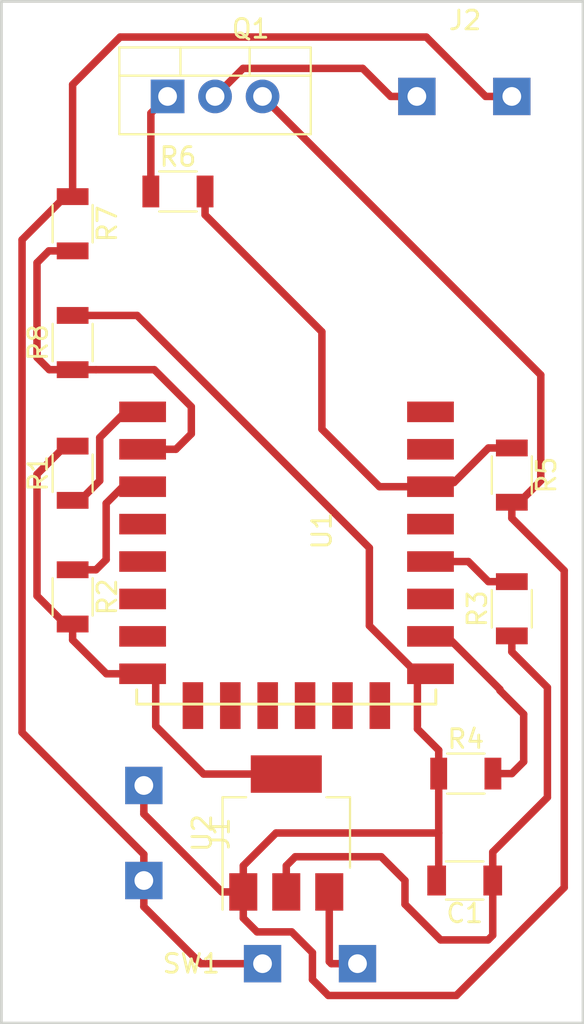
<source format=kicad_pcb>
(kicad_pcb (version 4) (host pcbnew 4.0.7-e2-6376~58~ubuntu17.04.1)

  (general
    (links 27)
    (no_connects 27)
    (area 50.724999 36.754999 81.990001 91.515001)
    (thickness 1.6)
    (drawings 4)
    (tracks 119)
    (zones 0)
    (modules 15)
    (nets 27)
  )

  (page A4)
  (layers
    (0 F.Cu signal)
    (31 B.Cu signal)
    (32 B.Adhes user)
    (33 F.Adhes user)
    (34 B.Paste user)
    (35 F.Paste user)
    (36 B.SilkS user)
    (37 F.SilkS user)
    (38 B.Mask user)
    (39 F.Mask user)
    (40 Dwgs.User user)
    (41 Cmts.User user)
    (42 Eco1.User user)
    (43 Eco2.User user)
    (44 Edge.Cuts user)
    (45 Margin user)
    (46 B.CrtYd user)
    (47 F.CrtYd user)
    (48 B.Fab user)
    (49 F.Fab user)
  )

  (setup
    (last_trace_width 0.4)
    (trace_clearance 0.5)
    (zone_clearance 0.508)
    (zone_45_only no)
    (trace_min 0.2)
    (segment_width 0.2)
    (edge_width 0.15)
    (via_size 0.6)
    (via_drill 0.4)
    (via_min_size 0.4)
    (via_min_drill 0.3)
    (uvia_size 0.3)
    (uvia_drill 0.1)
    (uvias_allowed no)
    (uvia_min_size 0.2)
    (uvia_min_drill 0.1)
    (pcb_text_width 0.3)
    (pcb_text_size 1.5 1.5)
    (mod_edge_width 0.15)
    (mod_text_size 1 1)
    (mod_text_width 0.15)
    (pad_size 1.524 1.524)
    (pad_drill 0.762)
    (pad_to_mask_clearance 0.2)
    (aux_axis_origin 0 0)
    (visible_elements FFFFFF7F)
    (pcbplotparams
      (layerselection 0x01000_80000001)
      (usegerberextensions false)
      (excludeedgelayer true)
      (linewidth 0.100000)
      (plotframeref false)
      (viasonmask false)
      (mode 1)
      (useauxorigin false)
      (hpglpennumber 1)
      (hpglpenspeed 20)
      (hpglpendiameter 15)
      (hpglpenoverlay 2)
      (psnegative false)
      (psa4output false)
      (plotreference true)
      (plotvalue true)
      (plotinvisibletext false)
      (padsonsilk false)
      (subtractmaskfromsilk false)
      (outputformat 1)
      (mirror false)
      (drillshape 0)
      (scaleselection 1)
      (outputdirectory ""))
  )

  (net 0 "")
  (net 1 +3V3)
  (net 2 GND)
  (net 3 +12V)
  (net 4 "Net-(J2-Pad2)")
  (net 5 "Net-(Q1-Pad1)")
  (net 6 "Net-(R1-Pad1)")
  (net 7 "Net-(R2-Pad1)")
  (net 8 "Net-(R3-Pad2)")
  (net 9 "Net-(R4-Pad2)")
  (net 10 /MPIN)
  (net 11 "Net-(SW1-Pad2)")
  (net 12 "Net-(U1-Pad4)")
  (net 13 "Net-(U1-Pad5)")
  (net 14 "Net-(U1-Pad6)")
  (net 15 "Net-(U1-Pad7)")
  (net 16 "Net-(U1-Pad11)")
  (net 17 "Net-(U1-Pad13)")
  (net 18 "Net-(U1-Pad15)")
  (net 19 "Net-(U1-Pad16)")
  (net 20 "Net-(U1-Pad17)")
  (net 21 "Net-(U1-Pad18)")
  (net 22 "Net-(U1-Pad19)")
  (net 23 "Net-(U1-Pad20)")
  (net 24 "Net-(U1-Pad21)")
  (net 25 "Net-(U1-Pad22)")
  (net 26 "Net-(R7-Pad2)")

  (net_class Default "This is the default net class."
    (clearance 0.5)
    (trace_width 0.4)
    (via_dia 0.6)
    (via_drill 0.4)
    (uvia_dia 0.3)
    (uvia_drill 0.1)
    (add_net +12V)
    (add_net +3V3)
    (add_net /MPIN)
    (add_net GND)
    (add_net "Net-(J2-Pad2)")
    (add_net "Net-(Q1-Pad1)")
    (add_net "Net-(R1-Pad1)")
    (add_net "Net-(R2-Pad1)")
    (add_net "Net-(R3-Pad2)")
    (add_net "Net-(R4-Pad2)")
    (add_net "Net-(R7-Pad2)")
    (add_net "Net-(SW1-Pad2)")
    (add_net "Net-(U1-Pad11)")
    (add_net "Net-(U1-Pad13)")
    (add_net "Net-(U1-Pad15)")
    (add_net "Net-(U1-Pad16)")
    (add_net "Net-(U1-Pad17)")
    (add_net "Net-(U1-Pad18)")
    (add_net "Net-(U1-Pad19)")
    (add_net "Net-(U1-Pad20)")
    (add_net "Net-(U1-Pad21)")
    (add_net "Net-(U1-Pad22)")
    (add_net "Net-(U1-Pad4)")
    (add_net "Net-(U1-Pad5)")
    (add_net "Net-(U1-Pad6)")
    (add_net "Net-(U1-Pad7)")
  )

  (module Oddities:NetTie-I (layer F.Cu) (tedit 0) (tstamp 59AEA7DC)
    (at 58.42 81.28 90)
    (descr "Just a \"Net tie\" as an more or less elegant way to connect two different nets without disturbing ERC and DRC. Make connection between 1 and 2 by yourself.")
    (tags "Just a \"Net tie\" as an more or less elegant way to connect two different nets without disturbing ERC and DRC. Make connection between 1 and 2 by yourself.")
    (path /59A6C315)
    (fp_text reference J1 (at -0.04064 4.06908 90) (layer F.SilkS)
      (effects (font (size 1 1) (thickness 0.15)))
    )
    (fp_text value PWR (at 0 -3.048 90) (layer F.Fab)
      (effects (font (size 1 1) (thickness 0.15)))
    )
    (pad 1 thru_hole rect (at -2.54 0 90) (size 1.99898 1.99898) (drill 1.00076) (layers *.Cu *.Mask)
      (net 3 +12V))
    (pad 2 thru_hole rect (at 2.54 0 90) (size 1.99898 1.99898) (drill 1.00076) (layers *.Cu *.Mask)
      (net 2 GND))
  )

  (module Oddities:NetTie-I (layer F.Cu) (tedit 0) (tstamp 59AEA7E2)
    (at 75.565 41.91 180)
    (descr "Just a \"Net tie\" as an more or less elegant way to connect two different nets without disturbing ERC and DRC. Make connection between 1 and 2 by yourself.")
    (tags "Just a \"Net tie\" as an more or less elegant way to connect two different nets without disturbing ERC and DRC. Make connection between 1 and 2 by yourself.")
    (path /59AEA399)
    (fp_text reference J2 (at -0.04064 4.06908 180) (layer F.SilkS)
      (effects (font (size 1 1) (thickness 0.15)))
    )
    (fp_text value MAGNET (at 0 -3.048 180) (layer F.Fab)
      (effects (font (size 1 1) (thickness 0.15)))
    )
    (pad 1 thru_hole rect (at -2.54 0 180) (size 1.99898 1.99898) (drill 1.00076) (layers *.Cu *.Mask)
      (net 3 +12V))
    (pad 2 thru_hole rect (at 2.54 0 180) (size 1.99898 1.99898) (drill 1.00076) (layers *.Cu *.Mask)
      (net 4 "Net-(J2-Pad2)"))
  )

  (module TO_SOT_Packages_THT:TO-220_Vertical (layer F.Cu) (tedit 58CE52AD) (tstamp 59AEA7E9)
    (at 59.69 41.91)
    (descr "TO-220, Vertical, RM 2.54mm")
    (tags "TO-220 Vertical RM 2.54mm")
    (path /59AEA246)
    (fp_text reference Q1 (at 4.445 -3.62) (layer F.SilkS)
      (effects (font (size 1 1) (thickness 0.15)))
    )
    (fp_text value BUZ11 (at 0 -3.81) (layer F.Fab)
      (effects (font (size 1 1) (thickness 0.15)))
    )
    (fp_text user %R (at 2.54 -3.62) (layer F.Fab)
      (effects (font (size 1 1) (thickness 0.15)))
    )
    (fp_line (start -2.46 -2.5) (end -2.46 1.9) (layer F.Fab) (width 0.1))
    (fp_line (start -2.46 1.9) (end 7.54 1.9) (layer F.Fab) (width 0.1))
    (fp_line (start 7.54 1.9) (end 7.54 -2.5) (layer F.Fab) (width 0.1))
    (fp_line (start 7.54 -2.5) (end -2.46 -2.5) (layer F.Fab) (width 0.1))
    (fp_line (start -2.46 -1.23) (end 7.54 -1.23) (layer F.Fab) (width 0.1))
    (fp_line (start 0.69 -2.5) (end 0.69 -1.23) (layer F.Fab) (width 0.1))
    (fp_line (start 4.39 -2.5) (end 4.39 -1.23) (layer F.Fab) (width 0.1))
    (fp_line (start -2.58 -2.62) (end 7.66 -2.62) (layer F.SilkS) (width 0.12))
    (fp_line (start -2.58 2.021) (end 7.66 2.021) (layer F.SilkS) (width 0.12))
    (fp_line (start -2.58 -2.62) (end -2.58 2.021) (layer F.SilkS) (width 0.12))
    (fp_line (start 7.66 -2.62) (end 7.66 2.021) (layer F.SilkS) (width 0.12))
    (fp_line (start -2.58 -1.11) (end 7.66 -1.11) (layer F.SilkS) (width 0.12))
    (fp_line (start 0.69 -2.62) (end 0.69 -1.11) (layer F.SilkS) (width 0.12))
    (fp_line (start 4.391 -2.62) (end 4.391 -1.11) (layer F.SilkS) (width 0.12))
    (fp_line (start -2.71 -2.75) (end -2.71 2.16) (layer F.CrtYd) (width 0.05))
    (fp_line (start -2.71 2.16) (end 7.79 2.16) (layer F.CrtYd) (width 0.05))
    (fp_line (start 7.79 2.16) (end 7.79 -2.75) (layer F.CrtYd) (width 0.05))
    (fp_line (start 7.79 -2.75) (end -2.71 -2.75) (layer F.CrtYd) (width 0.05))
    (pad 1 thru_hole rect (at 0 0) (size 1.8 1.8) (drill 1) (layers *.Cu *.Mask)
      (net 5 "Net-(Q1-Pad1)"))
    (pad 2 thru_hole oval (at 2.54 0) (size 1.8 1.8) (drill 1) (layers *.Cu *.Mask)
      (net 4 "Net-(J2-Pad2)"))
    (pad 3 thru_hole oval (at 5.08 0) (size 1.8 1.8) (drill 1) (layers *.Cu *.Mask)
      (net 2 GND))
    (model ${KISYS3DMOD}/TO_SOT_Packages_THT.3dshapes/TO-220_Vertical.wrl
      (at (xyz 0.1 0 0))
      (scale (xyz 0.393701 0.393701 0.393701))
      (rotate (xyz 0 0 0))
    )
  )

  (module Oddities:NetTie-I (layer F.Cu) (tedit 0) (tstamp 59AEA813)
    (at 67.31 88.265)
    (descr "Just a \"Net tie\" as an more or less elegant way to connect two different nets without disturbing ERC and DRC. Make connection between 1 and 2 by yourself.")
    (tags "Just a \"Net tie\" as an more or less elegant way to connect two different nets without disturbing ERC and DRC. Make connection between 1 and 2 by yourself.")
    (path /59AEA5B9)
    (fp_text reference SW1 (at -6.35 0) (layer F.SilkS)
      (effects (font (size 1 1) (thickness 0.15)))
    )
    (fp_text value SW_DIP_x01 (at 0 -3.048) (layer F.Fab)
      (effects (font (size 1 1) (thickness 0.15)))
    )
    (pad 1 thru_hole rect (at -2.54 0) (size 1.99898 1.99898) (drill 1.00076) (layers *.Cu *.Mask)
      (net 3 +12V))
    (pad 2 thru_hole rect (at 2.54 0) (size 1.99898 1.99898) (drill 1.00076) (layers *.Cu *.Mask)
      (net 11 "Net-(SW1-Pad2)"))
  )

  (module ESP8266:ESP-12E_SMD (layer F.Cu) (tedit 58FB7FFE) (tstamp 59AEA82D)
    (at 59.055 58.77)
    (descr "Module, ESP-8266, ESP-12, 16 pad, SMD")
    (tags "Module ESP-8266 ESP8266")
    (path /59A667DA)
    (fp_text reference U1 (at 8.89 6.35 90) (layer F.SilkS)
      (effects (font (size 1 1) (thickness 0.15)))
    )
    (fp_text value ESP-12E (at 5.08 6.35 90) (layer F.Fab) hide
      (effects (font (size 1 1) (thickness 0.15)))
    )
    (fp_line (start -2.25 -0.5) (end -2.25 -8.75) (layer F.CrtYd) (width 0.05))
    (fp_line (start -2.25 -8.75) (end 15.25 -8.75) (layer F.CrtYd) (width 0.05))
    (fp_line (start 15.25 -8.75) (end 16.25 -8.75) (layer F.CrtYd) (width 0.05))
    (fp_line (start 16.25 -8.75) (end 16.25 16) (layer F.CrtYd) (width 0.05))
    (fp_line (start 16.25 16) (end -2.25 16) (layer F.CrtYd) (width 0.05))
    (fp_line (start -2.25 16) (end -2.25 -0.5) (layer F.CrtYd) (width 0.05))
    (fp_line (start -1.016 -8.382) (end 14.986 -8.382) (layer F.CrtYd) (width 0.1524))
    (fp_line (start 14.986 -8.382) (end 14.986 -0.889) (layer F.CrtYd) (width 0.1524))
    (fp_line (start -1.016 -8.382) (end -1.016 -1.016) (layer F.CrtYd) (width 0.1524))
    (fp_line (start -1.016 14.859) (end -1.016 15.621) (layer F.SilkS) (width 0.1524))
    (fp_line (start -1.016 15.621) (end 14.986 15.621) (layer F.SilkS) (width 0.1524))
    (fp_line (start 14.986 15.621) (end 14.986 14.859) (layer F.SilkS) (width 0.1524))
    (fp_line (start 14.992 -8.4) (end -1.008 -2.6) (layer F.CrtYd) (width 0.1524))
    (fp_line (start -1.008 -8.4) (end 14.992 -2.6) (layer F.CrtYd) (width 0.1524))
    (fp_text user "No Copper" (at 6.892 -5.4) (layer F.CrtYd)
      (effects (font (size 1 1) (thickness 0.15)))
    )
    (fp_line (start -1.008 -2.6) (end 14.992 -2.6) (layer F.CrtYd) (width 0.1524))
    (fp_line (start 15 -8.4) (end 15 15.6) (layer F.Fab) (width 0.05))
    (fp_line (start 14.992 15.6) (end -1.008 15.6) (layer F.Fab) (width 0.05))
    (fp_line (start -1.008 15.6) (end -1.008 -8.4) (layer F.Fab) (width 0.05))
    (fp_line (start -1.008 -8.4) (end 14.992 -8.4) (layer F.Fab) (width 0.05))
    (pad 1 smd rect (at 0 0) (size 2.5 1.1) (drill (offset -0.7 0)) (layers F.Cu F.Paste F.Mask)
      (net 6 "Net-(R1-Pad1)"))
    (pad 2 smd rect (at 0 2) (size 2.5 1.1) (drill (offset -0.7 0)) (layers F.Cu F.Paste F.Mask)
      (net 26 "Net-(R7-Pad2)"))
    (pad 3 smd rect (at 0 4) (size 2.5 1.1) (drill (offset -0.7 0)) (layers F.Cu F.Paste F.Mask)
      (net 7 "Net-(R2-Pad1)"))
    (pad 4 smd rect (at 0 6) (size 2.5 1.1) (drill (offset -0.7 0)) (layers F.Cu F.Paste F.Mask)
      (net 12 "Net-(U1-Pad4)"))
    (pad 5 smd rect (at 0 8) (size 2.5 1.1) (drill (offset -0.7 0)) (layers F.Cu F.Paste F.Mask)
      (net 13 "Net-(U1-Pad5)"))
    (pad 6 smd rect (at 0 10) (size 2.5 1.1) (drill (offset -0.7 0)) (layers F.Cu F.Paste F.Mask)
      (net 14 "Net-(U1-Pad6)"))
    (pad 7 smd rect (at 0 12) (size 2.5 1.1) (drill (offset -0.7 0)) (layers F.Cu F.Paste F.Mask)
      (net 15 "Net-(U1-Pad7)"))
    (pad 8 smd rect (at 0 14) (size 2.5 1.1) (drill (offset -0.7 0)) (layers F.Cu F.Paste F.Mask)
      (net 1 +3V3))
    (pad 9 smd rect (at 14 14) (size 2.5 1.1) (drill (offset 0.7 0)) (layers F.Cu F.Paste F.Mask)
      (net 2 GND))
    (pad 10 smd rect (at 14 12) (size 2.5 1.1) (drill (offset 0.7 0)) (layers F.Cu F.Paste F.Mask)
      (net 9 "Net-(R4-Pad2)"))
    (pad 11 smd rect (at 14 10) (size 2.5 1.1) (drill (offset 0.7 0)) (layers F.Cu F.Paste F.Mask)
      (net 16 "Net-(U1-Pad11)"))
    (pad 12 smd rect (at 14 8) (size 2.5 1.1) (drill (offset 0.7 0)) (layers F.Cu F.Paste F.Mask)
      (net 8 "Net-(R3-Pad2)"))
    (pad 13 smd rect (at 14 6) (size 2.5 1.1) (drill (offset 0.7 0)) (layers F.Cu F.Paste F.Mask)
      (net 17 "Net-(U1-Pad13)"))
    (pad 14 smd rect (at 14 4) (size 2.5 1.1) (drill (offset 0.7 0)) (layers F.Cu F.Paste F.Mask)
      (net 10 /MPIN))
    (pad 15 smd rect (at 14 2) (size 2.5 1.1) (drill (offset 0.7 0)) (layers F.Cu F.Paste F.Mask)
      (net 18 "Net-(U1-Pad15)"))
    (pad 16 smd rect (at 14 0) (size 2.5 1.1) (drill (offset 0.7 0)) (layers F.Cu F.Paste F.Mask)
      (net 19 "Net-(U1-Pad16)"))
    (pad 17 smd rect (at 1.99 15 90) (size 2.5 1.1) (drill (offset -0.7 0)) (layers F.Cu F.Paste F.Mask)
      (net 20 "Net-(U1-Pad17)"))
    (pad 18 smd rect (at 3.99 15 90) (size 2.5 1.1) (drill (offset -0.7 0)) (layers F.Cu F.Paste F.Mask)
      (net 21 "Net-(U1-Pad18)"))
    (pad 19 smd rect (at 5.99 15 90) (size 2.5 1.1) (drill (offset -0.7 0)) (layers F.Cu F.Paste F.Mask)
      (net 22 "Net-(U1-Pad19)"))
    (pad 20 smd rect (at 7.99 15 90) (size 2.5 1.1) (drill (offset -0.7 0)) (layers F.Cu F.Paste F.Mask)
      (net 23 "Net-(U1-Pad20)"))
    (pad 21 smd rect (at 9.99 15 90) (size 2.5 1.1) (drill (offset -0.7 0)) (layers F.Cu F.Paste F.Mask)
      (net 24 "Net-(U1-Pad21)"))
    (pad 22 smd rect (at 11.99 15 90) (size 2.5 1.1) (drill (offset -0.7 0)) (layers F.Cu F.Paste F.Mask)
      (net 25 "Net-(U1-Pad22)"))
    (model ${ESPLIB}/ESP8266.3dshapes/ESP-12.wrl
      (at (xyz 0 0 0))
      (scale (xyz 0.3937 0.3937 0.3937))
      (rotate (xyz 0 0 0))
    )
  )

  (module TO_SOT_Packages_SMD:SOT-223-3Lead_TabPin2 (layer F.Cu) (tedit 58CE4E7E) (tstamp 59AEA835)
    (at 66.04 81.28 90)
    (descr "module CMS SOT223 4 pins")
    (tags "CMS SOT")
    (path /59A6C3D8)
    (attr smd)
    (fp_text reference U2 (at 0 -4.5 90) (layer F.SilkS)
      (effects (font (size 1 1) (thickness 0.15)))
    )
    (fp_text value REG (at 0 4.5 90) (layer F.Fab)
      (effects (font (size 1 1) (thickness 0.15)))
    )
    (fp_text user %R (at 0 0 180) (layer F.Fab)
      (effects (font (size 0.8 0.8) (thickness 0.12)))
    )
    (fp_line (start 1.91 3.41) (end 1.91 2.15) (layer F.SilkS) (width 0.12))
    (fp_line (start 1.91 -3.41) (end 1.91 -2.15) (layer F.SilkS) (width 0.12))
    (fp_line (start 4.4 -3.6) (end -4.4 -3.6) (layer F.CrtYd) (width 0.05))
    (fp_line (start 4.4 3.6) (end 4.4 -3.6) (layer F.CrtYd) (width 0.05))
    (fp_line (start -4.4 3.6) (end 4.4 3.6) (layer F.CrtYd) (width 0.05))
    (fp_line (start -4.4 -3.6) (end -4.4 3.6) (layer F.CrtYd) (width 0.05))
    (fp_line (start -1.85 -2.35) (end -0.85 -3.35) (layer F.Fab) (width 0.1))
    (fp_line (start -1.85 -2.35) (end -1.85 3.35) (layer F.Fab) (width 0.1))
    (fp_line (start -1.85 3.41) (end 1.91 3.41) (layer F.SilkS) (width 0.12))
    (fp_line (start -0.85 -3.35) (end 1.85 -3.35) (layer F.Fab) (width 0.1))
    (fp_line (start -4.1 -3.41) (end 1.91 -3.41) (layer F.SilkS) (width 0.12))
    (fp_line (start -1.85 3.35) (end 1.85 3.35) (layer F.Fab) (width 0.1))
    (fp_line (start 1.85 -3.35) (end 1.85 3.35) (layer F.Fab) (width 0.1))
    (pad 2 smd rect (at 3.15 0 90) (size 2 3.8) (layers F.Cu F.Paste F.Mask)
      (net 1 +3V3))
    (pad 2 smd rect (at -3.15 0 90) (size 2 1.5) (layers F.Cu F.Paste F.Mask)
      (net 1 +3V3))
    (pad 3 smd rect (at -3.15 2.3 90) (size 2 1.5) (layers F.Cu F.Paste F.Mask)
      (net 11 "Net-(SW1-Pad2)"))
    (pad 1 smd rect (at -3.15 -2.3 90) (size 2 1.5) (layers F.Cu F.Paste F.Mask)
      (net 2 GND))
    (model ${KISYS3DMOD}/TO_SOT_Packages_SMD.3dshapes/SOT-223.wrl
      (at (xyz 0 0 0))
      (scale (xyz 1 1 1))
      (rotate (xyz 0 0 0))
    )
  )

  (module Capacitors_SMD:C_1206 (layer F.Cu) (tedit 58AA84B8) (tstamp 59B83585)
    (at 75.585 83.82 180)
    (descr "Capacitor SMD 1206, reflow soldering, AVX (see smccp.pdf)")
    (tags "capacitor 1206")
    (path /59A6C497)
    (attr smd)
    (fp_text reference C1 (at 0 -1.75 180) (layer F.SilkS)
      (effects (font (size 1 1) (thickness 0.15)))
    )
    (fp_text value 100n (at 0 2 180) (layer F.Fab)
      (effects (font (size 1 1) (thickness 0.15)))
    )
    (fp_text user %R (at 0 -1.75 180) (layer F.Fab)
      (effects (font (size 1 1) (thickness 0.15)))
    )
    (fp_line (start -1.6 0.8) (end -1.6 -0.8) (layer F.Fab) (width 0.1))
    (fp_line (start 1.6 0.8) (end -1.6 0.8) (layer F.Fab) (width 0.1))
    (fp_line (start 1.6 -0.8) (end 1.6 0.8) (layer F.Fab) (width 0.1))
    (fp_line (start -1.6 -0.8) (end 1.6 -0.8) (layer F.Fab) (width 0.1))
    (fp_line (start 1 -1.02) (end -1 -1.02) (layer F.SilkS) (width 0.12))
    (fp_line (start -1 1.02) (end 1 1.02) (layer F.SilkS) (width 0.12))
    (fp_line (start -2.25 -1.05) (end 2.25 -1.05) (layer F.CrtYd) (width 0.05))
    (fp_line (start -2.25 -1.05) (end -2.25 1.05) (layer F.CrtYd) (width 0.05))
    (fp_line (start 2.25 1.05) (end 2.25 -1.05) (layer F.CrtYd) (width 0.05))
    (fp_line (start 2.25 1.05) (end -2.25 1.05) (layer F.CrtYd) (width 0.05))
    (pad 1 smd rect (at -1.5 0 180) (size 1 1.6) (layers F.Cu F.Paste F.Mask)
      (net 1 +3V3))
    (pad 2 smd rect (at 1.5 0 180) (size 1 1.6) (layers F.Cu F.Paste F.Mask)
      (net 2 GND))
    (model Capacitors_SMD.3dshapes/C_1206.wrl
      (at (xyz 0 0 0))
      (scale (xyz 1 1 1))
      (rotate (xyz 0 0 0))
    )
  )

  (module Resistors_SMD:R_1206 (layer F.Cu) (tedit 58E0A804) (tstamp 59B8358A)
    (at 54.61 62.05 90)
    (descr "Resistor SMD 1206, reflow soldering, Vishay (see dcrcw.pdf)")
    (tags "resistor 1206")
    (path /59A66867)
    (attr smd)
    (fp_text reference R1 (at 0 -1.85 90) (layer F.SilkS)
      (effects (font (size 1 1) (thickness 0.15)))
    )
    (fp_text value 10K (at 0 1.95 90) (layer F.Fab)
      (effects (font (size 1 1) (thickness 0.15)))
    )
    (fp_text user %R (at 0 0 90) (layer F.Fab)
      (effects (font (size 0.7 0.7) (thickness 0.105)))
    )
    (fp_line (start -1.6 0.8) (end -1.6 -0.8) (layer F.Fab) (width 0.1))
    (fp_line (start 1.6 0.8) (end -1.6 0.8) (layer F.Fab) (width 0.1))
    (fp_line (start 1.6 -0.8) (end 1.6 0.8) (layer F.Fab) (width 0.1))
    (fp_line (start -1.6 -0.8) (end 1.6 -0.8) (layer F.Fab) (width 0.1))
    (fp_line (start 1 1.07) (end -1 1.07) (layer F.SilkS) (width 0.12))
    (fp_line (start -1 -1.07) (end 1 -1.07) (layer F.SilkS) (width 0.12))
    (fp_line (start -2.15 -1.11) (end 2.15 -1.11) (layer F.CrtYd) (width 0.05))
    (fp_line (start -2.15 -1.11) (end -2.15 1.1) (layer F.CrtYd) (width 0.05))
    (fp_line (start 2.15 1.1) (end 2.15 -1.11) (layer F.CrtYd) (width 0.05))
    (fp_line (start 2.15 1.1) (end -2.15 1.1) (layer F.CrtYd) (width 0.05))
    (pad 1 smd rect (at -1.45 0 90) (size 0.9 1.7) (layers F.Cu F.Paste F.Mask)
      (net 6 "Net-(R1-Pad1)"))
    (pad 2 smd rect (at 1.45 0 90) (size 0.9 1.7) (layers F.Cu F.Paste F.Mask)
      (net 1 +3V3))
    (model ${KISYS3DMOD}/Resistors_SMD.3dshapes/R_1206.wrl
      (at (xyz 0 0 0))
      (scale (xyz 1 1 1))
      (rotate (xyz 0 0 0))
    )
  )

  (module Resistors_SMD:R_1206 (layer F.Cu) (tedit 58E0A804) (tstamp 59B8358F)
    (at 54.61 68.66 270)
    (descr "Resistor SMD 1206, reflow soldering, Vishay (see dcrcw.pdf)")
    (tags "resistor 1206")
    (path /59A668BA)
    (attr smd)
    (fp_text reference R2 (at 0 -1.85 270) (layer F.SilkS)
      (effects (font (size 1 1) (thickness 0.15)))
    )
    (fp_text value 10K (at 0 1.95 270) (layer F.Fab)
      (effects (font (size 1 1) (thickness 0.15)))
    )
    (fp_text user %R (at 0 0 270) (layer F.Fab)
      (effects (font (size 0.7 0.7) (thickness 0.105)))
    )
    (fp_line (start -1.6 0.8) (end -1.6 -0.8) (layer F.Fab) (width 0.1))
    (fp_line (start 1.6 0.8) (end -1.6 0.8) (layer F.Fab) (width 0.1))
    (fp_line (start 1.6 -0.8) (end 1.6 0.8) (layer F.Fab) (width 0.1))
    (fp_line (start -1.6 -0.8) (end 1.6 -0.8) (layer F.Fab) (width 0.1))
    (fp_line (start 1 1.07) (end -1 1.07) (layer F.SilkS) (width 0.12))
    (fp_line (start -1 -1.07) (end 1 -1.07) (layer F.SilkS) (width 0.12))
    (fp_line (start -2.15 -1.11) (end 2.15 -1.11) (layer F.CrtYd) (width 0.05))
    (fp_line (start -2.15 -1.11) (end -2.15 1.1) (layer F.CrtYd) (width 0.05))
    (fp_line (start 2.15 1.1) (end 2.15 -1.11) (layer F.CrtYd) (width 0.05))
    (fp_line (start 2.15 1.1) (end -2.15 1.1) (layer F.CrtYd) (width 0.05))
    (pad 1 smd rect (at -1.45 0 270) (size 0.9 1.7) (layers F.Cu F.Paste F.Mask)
      (net 7 "Net-(R2-Pad1)"))
    (pad 2 smd rect (at 1.45 0 270) (size 0.9 1.7) (layers F.Cu F.Paste F.Mask)
      (net 1 +3V3))
    (model ${KISYS3DMOD}/Resistors_SMD.3dshapes/R_1206.wrl
      (at (xyz 0 0 0))
      (scale (xyz 1 1 1))
      (rotate (xyz 0 0 0))
    )
  )

  (module Resistors_SMD:R_1206 (layer F.Cu) (tedit 58E0A804) (tstamp 59B83594)
    (at 78.105 69.295 90)
    (descr "Resistor SMD 1206, reflow soldering, Vishay (see dcrcw.pdf)")
    (tags "resistor 1206")
    (path /59A66930)
    (attr smd)
    (fp_text reference R3 (at 0 -1.85 90) (layer F.SilkS)
      (effects (font (size 1 1) (thickness 0.15)))
    )
    (fp_text value 10K (at 0 1.95 90) (layer F.Fab)
      (effects (font (size 1 1) (thickness 0.15)))
    )
    (fp_text user %R (at 0 0 90) (layer F.Fab)
      (effects (font (size 0.7 0.7) (thickness 0.105)))
    )
    (fp_line (start -1.6 0.8) (end -1.6 -0.8) (layer F.Fab) (width 0.1))
    (fp_line (start 1.6 0.8) (end -1.6 0.8) (layer F.Fab) (width 0.1))
    (fp_line (start 1.6 -0.8) (end 1.6 0.8) (layer F.Fab) (width 0.1))
    (fp_line (start -1.6 -0.8) (end 1.6 -0.8) (layer F.Fab) (width 0.1))
    (fp_line (start 1 1.07) (end -1 1.07) (layer F.SilkS) (width 0.12))
    (fp_line (start -1 -1.07) (end 1 -1.07) (layer F.SilkS) (width 0.12))
    (fp_line (start -2.15 -1.11) (end 2.15 -1.11) (layer F.CrtYd) (width 0.05))
    (fp_line (start -2.15 -1.11) (end -2.15 1.1) (layer F.CrtYd) (width 0.05))
    (fp_line (start 2.15 1.1) (end 2.15 -1.11) (layer F.CrtYd) (width 0.05))
    (fp_line (start 2.15 1.1) (end -2.15 1.1) (layer F.CrtYd) (width 0.05))
    (pad 1 smd rect (at -1.45 0 90) (size 0.9 1.7) (layers F.Cu F.Paste F.Mask)
      (net 1 +3V3))
    (pad 2 smd rect (at 1.45 0 90) (size 0.9 1.7) (layers F.Cu F.Paste F.Mask)
      (net 8 "Net-(R3-Pad2)"))
    (model ${KISYS3DMOD}/Resistors_SMD.3dshapes/R_1206.wrl
      (at (xyz 0 0 0))
      (scale (xyz 1 1 1))
      (rotate (xyz 0 0 0))
    )
  )

  (module Resistors_SMD:R_1206 (layer F.Cu) (tedit 58E0A804) (tstamp 59B83599)
    (at 75.645 78.105)
    (descr "Resistor SMD 1206, reflow soldering, Vishay (see dcrcw.pdf)")
    (tags "resistor 1206")
    (path /59A668DF)
    (attr smd)
    (fp_text reference R4 (at 0 -1.85) (layer F.SilkS)
      (effects (font (size 1 1) (thickness 0.15)))
    )
    (fp_text value 10K (at 0 1.95) (layer F.Fab)
      (effects (font (size 1 1) (thickness 0.15)))
    )
    (fp_text user %R (at 0 0) (layer F.Fab)
      (effects (font (size 0.7 0.7) (thickness 0.105)))
    )
    (fp_line (start -1.6 0.8) (end -1.6 -0.8) (layer F.Fab) (width 0.1))
    (fp_line (start 1.6 0.8) (end -1.6 0.8) (layer F.Fab) (width 0.1))
    (fp_line (start 1.6 -0.8) (end 1.6 0.8) (layer F.Fab) (width 0.1))
    (fp_line (start -1.6 -0.8) (end 1.6 -0.8) (layer F.Fab) (width 0.1))
    (fp_line (start 1 1.07) (end -1 1.07) (layer F.SilkS) (width 0.12))
    (fp_line (start -1 -1.07) (end 1 -1.07) (layer F.SilkS) (width 0.12))
    (fp_line (start -2.15 -1.11) (end 2.15 -1.11) (layer F.CrtYd) (width 0.05))
    (fp_line (start -2.15 -1.11) (end -2.15 1.1) (layer F.CrtYd) (width 0.05))
    (fp_line (start 2.15 1.1) (end 2.15 -1.11) (layer F.CrtYd) (width 0.05))
    (fp_line (start 2.15 1.1) (end -2.15 1.1) (layer F.CrtYd) (width 0.05))
    (pad 1 smd rect (at -1.45 0) (size 0.9 1.7) (layers F.Cu F.Paste F.Mask)
      (net 2 GND))
    (pad 2 smd rect (at 1.45 0) (size 0.9 1.7) (layers F.Cu F.Paste F.Mask)
      (net 9 "Net-(R4-Pad2)"))
    (model ${KISYS3DMOD}/Resistors_SMD.3dshapes/R_1206.wrl
      (at (xyz 0 0 0))
      (scale (xyz 1 1 1))
      (rotate (xyz 0 0 0))
    )
  )

  (module Resistors_SMD:R_1206 (layer F.Cu) (tedit 58E0A804) (tstamp 59B8359E)
    (at 78.105 62.15 270)
    (descr "Resistor SMD 1206, reflow soldering, Vishay (see dcrcw.pdf)")
    (tags "resistor 1206")
    (path /59AEA2D2)
    (attr smd)
    (fp_text reference R5 (at 0 -1.85 270) (layer F.SilkS)
      (effects (font (size 1 1) (thickness 0.15)))
    )
    (fp_text value 10K (at 0 1.95 270) (layer F.Fab)
      (effects (font (size 1 1) (thickness 0.15)))
    )
    (fp_text user %R (at 0 0 270) (layer F.Fab)
      (effects (font (size 0.7 0.7) (thickness 0.105)))
    )
    (fp_line (start -1.6 0.8) (end -1.6 -0.8) (layer F.Fab) (width 0.1))
    (fp_line (start 1.6 0.8) (end -1.6 0.8) (layer F.Fab) (width 0.1))
    (fp_line (start 1.6 -0.8) (end 1.6 0.8) (layer F.Fab) (width 0.1))
    (fp_line (start -1.6 -0.8) (end 1.6 -0.8) (layer F.Fab) (width 0.1))
    (fp_line (start 1 1.07) (end -1 1.07) (layer F.SilkS) (width 0.12))
    (fp_line (start -1 -1.07) (end 1 -1.07) (layer F.SilkS) (width 0.12))
    (fp_line (start -2.15 -1.11) (end 2.15 -1.11) (layer F.CrtYd) (width 0.05))
    (fp_line (start -2.15 -1.11) (end -2.15 1.1) (layer F.CrtYd) (width 0.05))
    (fp_line (start 2.15 1.1) (end 2.15 -1.11) (layer F.CrtYd) (width 0.05))
    (fp_line (start 2.15 1.1) (end -2.15 1.1) (layer F.CrtYd) (width 0.05))
    (pad 1 smd rect (at -1.45 0 270) (size 0.9 1.7) (layers F.Cu F.Paste F.Mask)
      (net 10 /MPIN))
    (pad 2 smd rect (at 1.45 0 270) (size 0.9 1.7) (layers F.Cu F.Paste F.Mask)
      (net 2 GND))
    (model ${KISYS3DMOD}/Resistors_SMD.3dshapes/R_1206.wrl
      (at (xyz 0 0 0))
      (scale (xyz 1 1 1))
      (rotate (xyz 0 0 0))
    )
  )

  (module Resistors_SMD:R_1206 (layer F.Cu) (tedit 58E0A804) (tstamp 59B835A3)
    (at 60.245 46.99)
    (descr "Resistor SMD 1206, reflow soldering, Vishay (see dcrcw.pdf)")
    (tags "resistor 1206")
    (path /59AEA48B)
    (attr smd)
    (fp_text reference R6 (at 0 -1.85) (layer F.SilkS)
      (effects (font (size 1 1) (thickness 0.15)))
    )
    (fp_text value 470 (at 0 1.95) (layer F.Fab)
      (effects (font (size 1 1) (thickness 0.15)))
    )
    (fp_text user %R (at 0 0) (layer F.Fab)
      (effects (font (size 0.7 0.7) (thickness 0.105)))
    )
    (fp_line (start -1.6 0.8) (end -1.6 -0.8) (layer F.Fab) (width 0.1))
    (fp_line (start 1.6 0.8) (end -1.6 0.8) (layer F.Fab) (width 0.1))
    (fp_line (start 1.6 -0.8) (end 1.6 0.8) (layer F.Fab) (width 0.1))
    (fp_line (start -1.6 -0.8) (end 1.6 -0.8) (layer F.Fab) (width 0.1))
    (fp_line (start 1 1.07) (end -1 1.07) (layer F.SilkS) (width 0.12))
    (fp_line (start -1 -1.07) (end 1 -1.07) (layer F.SilkS) (width 0.12))
    (fp_line (start -2.15 -1.11) (end 2.15 -1.11) (layer F.CrtYd) (width 0.05))
    (fp_line (start -2.15 -1.11) (end -2.15 1.1) (layer F.CrtYd) (width 0.05))
    (fp_line (start 2.15 1.1) (end 2.15 -1.11) (layer F.CrtYd) (width 0.05))
    (fp_line (start 2.15 1.1) (end -2.15 1.1) (layer F.CrtYd) (width 0.05))
    (pad 1 smd rect (at -1.45 0) (size 0.9 1.7) (layers F.Cu F.Paste F.Mask)
      (net 5 "Net-(Q1-Pad1)"))
    (pad 2 smd rect (at 1.45 0) (size 0.9 1.7) (layers F.Cu F.Paste F.Mask)
      (net 10 /MPIN))
    (model ${KISYS3DMOD}/Resistors_SMD.3dshapes/R_1206.wrl
      (at (xyz 0 0 0))
      (scale (xyz 1 1 1))
      (rotate (xyz 0 0 0))
    )
  )

  (module Resistors_SMD:R_1206 (layer F.Cu) (tedit 58E0A804) (tstamp 59B835A8)
    (at 54.61 48.715 270)
    (descr "Resistor SMD 1206, reflow soldering, Vishay (see dcrcw.pdf)")
    (tags "resistor 1206")
    (path /59B673CA)
    (attr smd)
    (fp_text reference R7 (at 0 -1.85 270) (layer F.SilkS)
      (effects (font (size 1 1) (thickness 0.15)))
    )
    (fp_text value 270 (at 0 1.95 270) (layer F.Fab)
      (effects (font (size 1 1) (thickness 0.15)))
    )
    (fp_text user %R (at 0 0 270) (layer F.Fab)
      (effects (font (size 0.7 0.7) (thickness 0.105)))
    )
    (fp_line (start -1.6 0.8) (end -1.6 -0.8) (layer F.Fab) (width 0.1))
    (fp_line (start 1.6 0.8) (end -1.6 0.8) (layer F.Fab) (width 0.1))
    (fp_line (start 1.6 -0.8) (end 1.6 0.8) (layer F.Fab) (width 0.1))
    (fp_line (start -1.6 -0.8) (end 1.6 -0.8) (layer F.Fab) (width 0.1))
    (fp_line (start 1 1.07) (end -1 1.07) (layer F.SilkS) (width 0.12))
    (fp_line (start -1 -1.07) (end 1 -1.07) (layer F.SilkS) (width 0.12))
    (fp_line (start -2.15 -1.11) (end 2.15 -1.11) (layer F.CrtYd) (width 0.05))
    (fp_line (start -2.15 -1.11) (end -2.15 1.1) (layer F.CrtYd) (width 0.05))
    (fp_line (start 2.15 1.1) (end 2.15 -1.11) (layer F.CrtYd) (width 0.05))
    (fp_line (start 2.15 1.1) (end -2.15 1.1) (layer F.CrtYd) (width 0.05))
    (pad 1 smd rect (at -1.45 0 270) (size 0.9 1.7) (layers F.Cu F.Paste F.Mask)
      (net 3 +12V))
    (pad 2 smd rect (at 1.45 0 270) (size 0.9 1.7) (layers F.Cu F.Paste F.Mask)
      (net 26 "Net-(R7-Pad2)"))
    (model ${KISYS3DMOD}/Resistors_SMD.3dshapes/R_1206.wrl
      (at (xyz 0 0 0))
      (scale (xyz 1 1 1))
      (rotate (xyz 0 0 0))
    )
  )

  (module Resistors_SMD:R_1206 (layer F.Cu) (tedit 58E0A804) (tstamp 59B835AD)
    (at 54.61 55.065 90)
    (descr "Resistor SMD 1206, reflow soldering, Vishay (see dcrcw.pdf)")
    (tags "resistor 1206")
    (path /59B67391)
    (attr smd)
    (fp_text reference R8 (at 0 -1.85 90) (layer F.SilkS)
      (effects (font (size 1 1) (thickness 0.15)))
    )
    (fp_text value 22 (at 0 1.95 90) (layer F.Fab)
      (effects (font (size 1 1) (thickness 0.15)))
    )
    (fp_text user %R (at 0 0 90) (layer F.Fab)
      (effects (font (size 0.7 0.7) (thickness 0.105)))
    )
    (fp_line (start -1.6 0.8) (end -1.6 -0.8) (layer F.Fab) (width 0.1))
    (fp_line (start 1.6 0.8) (end -1.6 0.8) (layer F.Fab) (width 0.1))
    (fp_line (start 1.6 -0.8) (end 1.6 0.8) (layer F.Fab) (width 0.1))
    (fp_line (start -1.6 -0.8) (end 1.6 -0.8) (layer F.Fab) (width 0.1))
    (fp_line (start 1 1.07) (end -1 1.07) (layer F.SilkS) (width 0.12))
    (fp_line (start -1 -1.07) (end 1 -1.07) (layer F.SilkS) (width 0.12))
    (fp_line (start -2.15 -1.11) (end 2.15 -1.11) (layer F.CrtYd) (width 0.05))
    (fp_line (start -2.15 -1.11) (end -2.15 1.1) (layer F.CrtYd) (width 0.05))
    (fp_line (start 2.15 1.1) (end 2.15 -1.11) (layer F.CrtYd) (width 0.05))
    (fp_line (start 2.15 1.1) (end -2.15 1.1) (layer F.CrtYd) (width 0.05))
    (pad 1 smd rect (at -1.45 0 90) (size 0.9 1.7) (layers F.Cu F.Paste F.Mask)
      (net 26 "Net-(R7-Pad2)"))
    (pad 2 smd rect (at 1.45 0 90) (size 0.9 1.7) (layers F.Cu F.Paste F.Mask)
      (net 2 GND))
    (model ${KISYS3DMOD}/Resistors_SMD.3dshapes/R_1206.wrl
      (at (xyz 0 0 0))
      (scale (xyz 1 1 1))
      (rotate (xyz 0 0 0))
    )
  )

  (gr_line (start 81.915 36.83) (end 81.915 91.44) (layer Edge.Cuts) (width 0.15))
  (gr_line (start 50.8 36.83) (end 81.915 36.83) (layer Edge.Cuts) (width 0.15))
  (gr_line (start 50.8 91.44) (end 50.8 36.83) (layer Edge.Cuts) (width 0.15))
  (gr_line (start 50.8 91.44) (end 81.915 91.44) (layer Edge.Cuts) (width 0.15))

  (segment (start 66.04 84.43) (end 66.04 83.03) (width 0.4) (layer F.Cu) (net 1))
  (segment (start 66.04 83.03) (end 66.52 82.55) (width 0.4) (layer F.Cu) (net 1))
  (segment (start 66.52 82.55) (end 71.12 82.55) (width 0.4) (layer F.Cu) (net 1))
  (segment (start 77.085 86.745) (end 77.085 83.82) (width 0.4) (layer F.Cu) (net 1))
  (segment (start 71.12 82.55) (end 72.39 83.82) (width 0.4) (layer F.Cu) (net 1))
  (segment (start 76.835 86.995) (end 77.085 86.745) (width 0.4) (layer F.Cu) (net 1))
  (segment (start 72.39 83.82) (end 72.39 85.09) (width 0.4) (layer F.Cu) (net 1))
  (segment (start 72.39 85.09) (end 74.295 86.995) (width 0.4) (layer F.Cu) (net 1))
  (segment (start 74.295 86.995) (end 76.835 86.995) (width 0.4) (layer F.Cu) (net 1))
  (segment (start 80.01 79.375) (end 77.085 82.3) (width 0.4) (layer F.Cu) (net 1))
  (segment (start 77.085 82.3) (end 77.085 83.82) (width 0.4) (layer F.Cu) (net 1))
  (segment (start 80.01 73.5) (end 80.01 79.375) (width 0.4) (layer F.Cu) (net 1))
  (segment (start 78.105 70.745) (end 78.105 71.595) (width 0.4) (layer F.Cu) (net 1))
  (segment (start 78.105 71.595) (end 80.01 73.5) (width 0.4) (layer F.Cu) (net 1))
  (segment (start 59.055 75.565) (end 61.62 78.13) (width 0.4) (layer F.Cu) (net 1))
  (segment (start 61.62 78.13) (end 66.04 78.13) (width 0.4) (layer F.Cu) (net 1))
  (segment (start 59.055 72.77) (end 59.055 75.565) (width 0.4) (layer F.Cu) (net 1))
  (segment (start 54.61 70.11) (end 54.61 70.96) (width 0.4) (layer F.Cu) (net 1))
  (segment (start 54.61 70.96) (end 56.42 72.77) (width 0.4) (layer F.Cu) (net 1))
  (segment (start 56.42 72.77) (end 59.055 72.77) (width 0.4) (layer F.Cu) (net 1))
  (segment (start 52.705 62.105) (end 52.705 68.605) (width 0.4) (layer F.Cu) (net 1))
  (segment (start 52.705 68.605) (end 54.21 70.11) (width 0.4) (layer F.Cu) (net 1))
  (segment (start 54.21 70.11) (end 54.61 70.11) (width 0.4) (layer F.Cu) (net 1))
  (segment (start 54.61 60.6) (end 54.21 60.6) (width 0.4) (layer F.Cu) (net 1))
  (segment (start 54.21 60.6) (end 52.705 62.105) (width 0.4) (layer F.Cu) (net 1))
  (segment (start 64.77 41.91) (end 79.655001 56.795001) (width 0.4) (layer F.Cu) (net 2))
  (segment (start 79.655001 56.795001) (end 79.655001 62.449999) (width 0.4) (layer F.Cu) (net 2))
  (segment (start 79.655001 62.449999) (end 78.505 63.6) (width 0.4) (layer F.Cu) (net 2))
  (segment (start 78.505 63.6) (end 78.105 63.6) (width 0.4) (layer F.Cu) (net 2))
  (segment (start 63.74 84.43) (end 63.74 85.83) (width 0.4) (layer F.Cu) (net 2))
  (segment (start 63.74 85.83) (end 64.475509 86.565509) (width 0.4) (layer F.Cu) (net 2))
  (segment (start 80.91001 67.25501) (end 78.105 64.45) (width 0.4) (layer F.Cu) (net 2))
  (segment (start 78.105 64.45) (end 78.105 63.6) (width 0.4) (layer F.Cu) (net 2))
  (segment (start 64.475509 86.565509) (end 66.329491 86.565509) (width 0.4) (layer F.Cu) (net 2))
  (segment (start 67.43999 89.113972) (end 68.290509 89.964491) (width 0.4) (layer F.Cu) (net 2))
  (segment (start 66.329491 86.565509) (end 67.43999 87.676008) (width 0.4) (layer F.Cu) (net 2))
  (segment (start 67.43999 87.676008) (end 67.43999 89.113972) (width 0.4) (layer F.Cu) (net 2))
  (segment (start 68.290509 89.964491) (end 75.138315 89.964491) (width 0.4) (layer F.Cu) (net 2))
  (segment (start 75.138315 89.964491) (end 80.91001 84.192796) (width 0.4) (layer F.Cu) (net 2))
  (segment (start 80.91001 84.192796) (end 80.91001 67.25501) (width 0.4) (layer F.Cu) (net 2))
  (segment (start 63.74 84.43) (end 62.59 84.43) (width 0.4) (layer F.Cu) (net 2))
  (segment (start 58.42 80.13949) (end 58.42 78.74) (width 0.4) (layer F.Cu) (net 2))
  (segment (start 62.59 84.43) (end 58.42 80.26) (width 0.4) (layer F.Cu) (net 2))
  (segment (start 58.42 80.26) (end 58.42 80.13949) (width 0.4) (layer F.Cu) (net 2))
  (segment (start 74.195 78.105) (end 74.195 81.28) (width 0.4) (layer F.Cu) (net 2))
  (segment (start 74.195 81.28) (end 74.195 83.71) (width 0.4) (layer F.Cu) (net 2))
  (segment (start 63.74 84.43) (end 63.74 83.03) (width 0.4) (layer F.Cu) (net 2))
  (segment (start 63.74 83.03) (end 65.49 81.28) (width 0.4) (layer F.Cu) (net 2))
  (segment (start 65.49 81.28) (end 74.195 81.28) (width 0.4) (layer F.Cu) (net 2))
  (segment (start 74.195 83.71) (end 74.085 83.82) (width 0.4) (layer F.Cu) (net 2))
  (segment (start 74.195 78.105) (end 74.195 76.855) (width 0.4) (layer F.Cu) (net 2))
  (segment (start 74.195 76.855) (end 73.055 75.715) (width 0.4) (layer F.Cu) (net 2))
  (segment (start 73.055 75.715) (end 73.055 72.77) (width 0.4) (layer F.Cu) (net 2))
  (segment (start 70.485 66.04) (end 70.485 70.2) (width 0.4) (layer F.Cu) (net 2))
  (segment (start 70.485 70.2) (end 73.055 72.77) (width 0.4) (layer F.Cu) (net 2))
  (segment (start 58.06 53.615) (end 70.485 66.04) (width 0.4) (layer F.Cu) (net 2))
  (segment (start 54.61 53.615) (end 58.06 53.615) (width 0.4) (layer F.Cu) (net 2))
  (segment (start 78.105 41.91) (end 76.70551 41.91) (width 0.4) (layer F.Cu) (net 3))
  (segment (start 73.53051 38.735) (end 57.15 38.735) (width 0.4) (layer F.Cu) (net 3))
  (segment (start 76.70551 41.91) (end 73.53051 38.735) (width 0.4) (layer F.Cu) (net 3))
  (segment (start 57.15 38.735) (end 54.61 41.275) (width 0.4) (layer F.Cu) (net 3))
  (segment (start 54.61 41.275) (end 54.61 47.265) (width 0.4) (layer F.Cu) (net 3))
  (segment (start 58.42 83.82) (end 58.42 82.42051) (width 0.4) (layer F.Cu) (net 3))
  (segment (start 58.42 82.42051) (end 51.90499 75.9055) (width 0.4) (layer F.Cu) (net 3))
  (segment (start 51.90499 75.9055) (end 51.90499 49.57001) (width 0.4) (layer F.Cu) (net 3))
  (segment (start 51.90499 49.57001) (end 54.21 47.265) (width 0.4) (layer F.Cu) (net 3))
  (segment (start 54.21 47.265) (end 54.61 47.265) (width 0.4) (layer F.Cu) (net 3))
  (segment (start 64.77 88.265) (end 61.46551 88.265) (width 0.4) (layer F.Cu) (net 3))
  (segment (start 61.46551 88.265) (end 58.42 85.21949) (width 0.4) (layer F.Cu) (net 3))
  (segment (start 58.42 85.21949) (end 58.42 83.82) (width 0.4) (layer F.Cu) (net 3))
  (segment (start 62.23 41.91) (end 63.730001 40.409999) (width 0.4) (layer F.Cu) (net 4))
  (segment (start 63.730001 40.409999) (end 70.125509 40.409999) (width 0.4) (layer F.Cu) (net 4))
  (segment (start 70.125509 40.409999) (end 71.62551 41.91) (width 0.4) (layer F.Cu) (net 4))
  (segment (start 71.62551 41.91) (end 73.025 41.91) (width 0.4) (layer F.Cu) (net 4))
  (segment (start 58.795 46.99) (end 58.795 42.805) (width 0.4) (layer F.Cu) (net 5))
  (segment (start 58.795 42.805) (end 59.69 41.91) (width 0.4) (layer F.Cu) (net 5))
  (segment (start 59.055 58.77) (end 57.435 58.77) (width 0.4) (layer F.Cu) (net 6))
  (segment (start 57.435 58.77) (end 56.060001 60.144999) (width 0.4) (layer F.Cu) (net 6))
  (segment (start 56.060001 60.144999) (end 56.060001 62.449999) (width 0.4) (layer F.Cu) (net 6))
  (segment (start 56.060001 62.449999) (end 55.01 63.5) (width 0.4) (layer F.Cu) (net 6))
  (segment (start 55.01 63.5) (end 54.61 63.5) (width 0.4) (layer F.Cu) (net 6))
  (segment (start 54.61 67.21) (end 55.86 67.21) (width 0.4) (layer F.Cu) (net 7))
  (segment (start 55.86 67.21) (end 56.404999 66.665001) (width 0.4) (layer F.Cu) (net 7))
  (segment (start 56.404999 66.665001) (end 56.404999 63.659999) (width 0.4) (layer F.Cu) (net 7))
  (segment (start 56.404999 63.659999) (end 57.294998 62.77) (width 0.4) (layer F.Cu) (net 7))
  (segment (start 57.294998 62.77) (end 59.055 62.77) (width 0.4) (layer F.Cu) (net 7))
  (segment (start 78.105 67.845) (end 76.855 67.845) (width 0.4) (layer F.Cu) (net 8))
  (segment (start 76.855 67.845) (end 75.78 66.77) (width 0.4) (layer F.Cu) (net 8))
  (segment (start 75.78 66.77) (end 73.055 66.77) (width 0.4) (layer F.Cu) (net 8))
  (segment (start 78.74 77.47) (end 78.105 78.105) (width 0.4) (layer F.Cu) (net 9))
  (segment (start 78.105 78.105) (end 77.095 78.105) (width 0.4) (layer F.Cu) (net 9))
  (segment (start 78.74 74.93) (end 78.74 77.47) (width 0.4) (layer F.Cu) (net 9))
  (segment (start 77.47 73.66) (end 78.74 74.93) (width 0.4) (layer F.Cu) (net 9))
  (segment (start 77.47 73.604998) (end 77.47 73.66) (width 0.4) (layer F.Cu) (net 9))
  (segment (start 73.055 70.77) (end 74.635002 70.77) (width 0.4) (layer F.Cu) (net 9))
  (segment (start 74.635002 70.77) (end 77.47 73.604998) (width 0.4) (layer F.Cu) (net 9))
  (segment (start 73.055 62.77) (end 73.275001 62.549999) (width 0.4) (layer F.Cu) (net 10))
  (segment (start 73.275001 62.549999) (end 75.005001 62.549999) (width 0.4) (layer F.Cu) (net 10))
  (segment (start 75.005001 62.549999) (end 76.855 60.7) (width 0.4) (layer F.Cu) (net 10))
  (segment (start 76.855 60.7) (end 78.105 60.7) (width 0.4) (layer F.Cu) (net 10))
  (segment (start 67.945 59.69) (end 71.025 62.77) (width 0.4) (layer F.Cu) (net 10))
  (segment (start 71.025 62.77) (end 73.055 62.77) (width 0.4) (layer F.Cu) (net 10))
  (segment (start 67.945 54.49) (end 67.945 59.69) (width 0.4) (layer F.Cu) (net 10))
  (segment (start 61.695 46.99) (end 61.695 48.24) (width 0.4) (layer F.Cu) (net 10))
  (segment (start 61.695 48.24) (end 67.945 54.49) (width 0.4) (layer F.Cu) (net 10))
  (segment (start 68.34 84.43) (end 68.34 88.15449) (width 0.4) (layer F.Cu) (net 11))
  (segment (start 68.34 88.15449) (end 68.45051 88.265) (width 0.4) (layer F.Cu) (net 11))
  (segment (start 68.45051 88.265) (end 69.85 88.265) (width 0.4) (layer F.Cu) (net 11))
  (segment (start 54.61 56.515) (end 53.36 56.515) (width 0.4) (layer F.Cu) (net 26))
  (segment (start 53.36 56.515) (end 52.705 55.86) (width 0.4) (layer F.Cu) (net 26))
  (segment (start 52.705 55.86) (end 52.705 50.8) (width 0.4) (layer F.Cu) (net 26))
  (segment (start 52.705 50.8) (end 53.34 50.165) (width 0.4) (layer F.Cu) (net 26))
  (segment (start 53.34 50.165) (end 54.61 50.165) (width 0.4) (layer F.Cu) (net 26))
  (segment (start 60.96 59.945) (end 60.96 58.494998) (width 0.4) (layer F.Cu) (net 26))
  (segment (start 60.96 58.494998) (end 58.980002 56.515) (width 0.4) (layer F.Cu) (net 26))
  (segment (start 58.980002 56.515) (end 55.86 56.515) (width 0.4) (layer F.Cu) (net 26))
  (segment (start 55.86 56.515) (end 54.61 56.515) (width 0.4) (layer F.Cu) (net 26))
  (segment (start 60.135 60.77) (end 60.96 59.945) (width 0.4) (layer F.Cu) (net 26))
  (segment (start 59.055 60.77) (end 60.135 60.77) (width 0.4) (layer F.Cu) (net 26))

)

</source>
